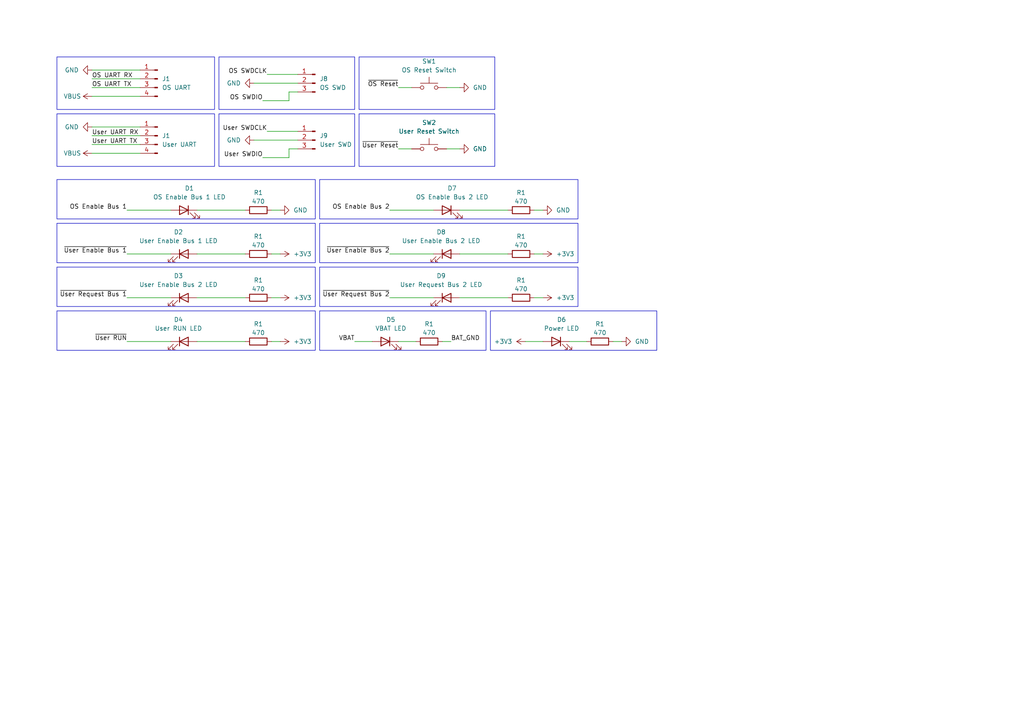
<source format=kicad_sch>
(kicad_sch (version 20230121) (generator eeschema)
  (paper "A4")
  (lib_symbols
    (symbol "Connector:Conn_01x03_Pin" (pin_names (offset 1.016) hide)
      (property "Reference" "J" (at 0 5.08 0))
      (property "Value" "Conn_01x03_Pin" (at 0 -5.08 0))
      (symbol "Conn_01x03_Pin_1_1"
        (polyline (pts (xy 1.27 -2.54) (xy 0.8636 -2.54)) (stroke (width 0.1524)))
        (polyline (pts (xy 1.27 0) (xy 0.8636 0)) (stroke (width 0.1524)))
        (polyline (pts (xy 1.27 2.54) (xy 0.8636 2.54)) (stroke (width 0.1524)))
        (rectangle (start 0.8636 -2.413) (end 0 -2.667) (stroke (width 0.1524)) (fill (type outline)))
        (rectangle (start 0.8636 0.127) (end 0 -0.127) (stroke (width 0.1524)) (fill (type outline)))
        (rectangle (start 0.8636 2.667) (end 0 2.413) (stroke (width 0.1524)) (fill (type outline)))
        (pin passive line (at 5.08 2.54 180) (length 3.81) (name "Pin_1") (number "1"))
        (pin passive line (at 5.08 0 180) (length 3.81) (name "Pin_2") (number "2"))
        (pin passive line (at 5.08 -2.54 180) (length 3.81) (name "Pin_3") (number "3"))
      )
    )
    (symbol "Connector:Conn_01x04_Male" (pin_names (offset 1.016) hide)
      (property "Reference" "J" (at 0 5.08 0))
      (property "Value" "Conn_01x04_Male" (at 0 -7.62 0))
      (symbol "Conn_01x04_Male_1_1"
        (polyline (pts (xy 1.27 -5.08) (xy 0.8636 -5.08)) (stroke (width 0.1524)))
        (polyline (pts (xy 1.27 -2.54) (xy 0.8636 -2.54)) (stroke (width 0.1524)))
        (polyline (pts (xy 1.27 0) (xy 0.8636 0)) (stroke (width 0.1524)))
        (polyline (pts (xy 1.27 2.54) (xy 0.8636 2.54)) (stroke (width 0.1524)))
        (rectangle (start 0.8636 -4.953) (end 0 -5.207) (stroke (width 0.1524)) (fill (type outline)))
        (rectangle (start 0.8636 -2.413) (end 0 -2.667) (stroke (width 0.1524)) (fill (type outline)))
        (rectangle (start 0.8636 0.127) (end 0 -0.127) (stroke (width 0.1524)) (fill (type outline)))
        (rectangle (start 0.8636 2.667) (end 0 2.413) (stroke (width 0.1524)) (fill (type outline)))
        (pin passive line (at 5.08 2.54 180) (length 3.81) (name "Pin_1") (number "1"))
        (pin passive line (at 5.08 0 180) (length 3.81) (name "Pin_2") (number "2"))
        (pin passive line (at 5.08 -2.54 180) (length 3.81) (name "Pin_3") (number "3"))
        (pin passive line (at 5.08 -5.08 180) (length 3.81) (name "Pin_4") (number "4"))
      )
    )
    (symbol "Device:LED" (pin_numbers hide) (pin_names (offset 1.016) hide)
      (property "Reference" "D" (at 0 2.54 0))
      (property "Value" "LED" (at 0 -2.54 0))
      (symbol "LED_0_1"
        (polyline (pts (xy -1.27 -1.27) (xy -1.27 1.27)) (stroke (width 0.254)))
        (polyline (pts (xy -1.27 0) (xy 1.27 0)))
        (polyline (pts (xy 1.27 -1.27) (xy 1.27 1.27) (xy -1.27 0) (xy 1.27 -1.27)) (stroke (width 0.254)))
        (polyline (pts (xy -3.048 -0.762) (xy -4.572 -2.286) (xy -3.81 -2.286) (xy -4.572 -2.286) (xy -4.572 -1.524)))
        (polyline (pts (xy -1.778 -0.762) (xy -3.302 -2.286) (xy -2.54 -2.286) (xy -3.302 -2.286) (xy -3.302 -1.524)))
      )
      (symbol "LED_1_1"
        (pin passive line (at -3.81 0 0) (length 2.54) (name "K") (number "1"))
        (pin passive line (at 3.81 0 180) (length 2.54) (name "A") (number "2"))
      )
    )
    (symbol "Device:R" (pin_numbers hide) (pin_names (offset 0))
      (property "Reference" "R" (at 2.032 0 90))
      (property "Value" "R" (at 0 0 90))
      (symbol "R_0_1"
        (rectangle (start -1.016 -2.54) (end 1.016 2.54) (stroke (width 0.254)))
      )
      (symbol "R_1_1"
        (pin passive line (at 0 3.81 270) (length 1.27) (name "~") (number "1"))
        (pin passive line (at 0 -3.81 90) (length 1.27) (name "~") (number "2"))
      )
    )
    (symbol "GND_1" (power) (pin_names (offset 0))
      (property "Value" "GND_1" (at 0 -3.81 0))
      (symbol "GND_1_0_1"
        (polyline (pts (xy 0 0) (xy 0 -1.27) (xy 1.27 -1.27) (xy 0 -2.54) (xy -1.27 -1.27) (xy 0 -1.27)))
      )
      (symbol "GND_1_1_1"
        (pin power_in line (at 0 0 270) (length 0) hide (name "GND") (number "1"))
      )
    )
    (symbol "Switch:SW_Push" (pin_numbers hide) (pin_names (offset 1.016) hide)
      (property "Reference" "SW" (at 1.27 2.54 0))
      (property "Value" "SW_Push" (at 0 -1.524 0))
      (symbol "SW_Push_0_1"
        (circle (center -2.032 0) (radius 0.508))
        (polyline (pts (xy 0 1.27) (xy 0 3.048)))
        (polyline (pts (xy 2.54 1.27) (xy -2.54 1.27)))
        (circle (center 2.032 0) (radius 0.508))
        (pin passive line (at -5.08 0 0) (length 2.54) (name "1") (number "1"))
        (pin passive line (at 5.08 0 180) (length 2.54) (name "2") (number "2"))
      )
    )
    (symbol "power:+3V3" (power) (pin_names (offset 0))
      (property "Value" "+3V3" (at 0 3.556 0))
      (symbol "+3V3_0_1"
        (polyline (pts (xy -0.762 1.27) (xy 0 2.54)))
        (polyline (pts (xy 0 0) (xy 0 2.54)))
        (polyline (pts (xy 0 2.54) (xy 0.762 1.27)))
      )
      (symbol "+3V3_1_1"
        (pin power_in line (at 0 0 90) (length 0) hide (name "+3V3") (number "1"))
      )
    )
    (symbol "power:GND" (power) (pin_names (offset 0))
      (property "Value" "GND" (at 0 -3.81 0))
      (symbol "GND_0_1"
        (polyline (pts (xy 0 0) (xy 0 -1.27) (xy 1.27 -1.27) (xy 0 -2.54) (xy -1.27 -1.27) (xy 0 -1.27)))
      )
      (symbol "GND_1_1"
        (pin power_in line (at 0 0 270) (length 0) hide (name "GND") (number "1"))
      )
    )
    (symbol "power:VBUS" (power) (pin_names (offset 0))
      (property "Value" "VBUS" (at 0 3.81 0))
      (symbol "VBUS_0_1"
        (polyline (pts (xy -0.762 1.27) (xy 0 2.54)))
        (polyline (pts (xy 0 0) (xy 0 2.54)))
        (polyline (pts (xy 0 2.54) (xy 0.762 1.27)))
      )
      (symbol "VBUS_1_1"
        (pin power_in line (at 0 0 90) (length 0) hide (name "VBUS") (number "1"))
      )
    )
  )
  (wire (pts (xy 83.82 45.72) (xy 83.82 43.18)))
  (wire (pts (xy 133.35 25.4) (xy 129.54 25.4)))
  (wire (pts (xy 83.82 26.67) (xy 86.36 26.67)))
  (wire (pts (xy 26.67 25.4) (xy 40.64 25.4)))
  (wire (pts (xy 77.47 38.1) (xy 86.36 38.1)))
  (wire (pts (xy 26.67 22.86) (xy 40.64 22.86)))
  (wire (pts (xy 157.48 86.36) (xy 154.94 86.36)))
  (wire (pts (xy 180.34 99.06) (xy 177.8 99.06)))
  (wire (pts (xy 73.66 24.13) (xy 86.36 24.13)))
  (wire (pts (xy 81.28 60.96) (xy 78.74 60.96)))
  (wire (pts (xy 147.32 60.96) (xy 133.35 60.96)))
  (wire (pts (xy 133.35 43.18) (xy 129.54 43.18)))
  (wire (pts (xy 81.28 86.36) (xy 78.74 86.36)))
  (wire (pts (xy 115.57 43.18) (xy 119.38 43.18)))
  (wire (pts (xy 26.67 39.37) (xy 40.64 39.37)))
  (wire (pts (xy 125.73 60.96) (xy 113.03 60.96)))
  (wire (pts (xy 71.12 73.66) (xy 57.15 73.66)))
  (wire (pts (xy 26.67 36.83) (xy 40.64 36.83)))
  (wire (pts (xy 26.67 44.45) (xy 40.64 44.45)))
  (wire (pts (xy 71.12 86.36) (xy 57.15 86.36)))
  (wire (pts (xy 26.67 27.94) (xy 40.64 27.94)))
  (wire (pts (xy 71.12 60.96) (xy 57.15 60.96)))
  (wire (pts (xy 77.47 21.59) (xy 86.36 21.59)))
  (wire (pts (xy 49.53 86.36) (xy 36.83 86.36)))
  (wire (pts (xy 170.18 99.06) (xy 165.1 99.06)))
  (wire (pts (xy 147.32 73.66) (xy 133.35 73.66)))
  (wire (pts (xy 49.53 60.96) (xy 36.83 60.96)))
  (wire (pts (xy 73.66 40.64) (xy 86.36 40.64)))
  (wire (pts (xy 81.28 73.66) (xy 78.74 73.66)))
  (wire (pts (xy 26.67 41.91) (xy 40.64 41.91)))
  (wire (pts (xy 76.2 45.72) (xy 83.82 45.72)))
  (wire (pts (xy 115.57 25.4) (xy 119.38 25.4)))
  (wire (pts (xy 157.48 99.06) (xy 152.4 99.06)))
  (wire (pts (xy 78.74 99.06) (xy 81.28 99.06)))
  (wire (pts (xy 49.53 99.06) (xy 36.83 99.06)))
  (wire (pts (xy 71.12 99.06) (xy 57.15 99.06)))
  (wire (pts (xy 83.82 29.21) (xy 83.82 26.67)))
  (wire (pts (xy 147.32 86.36) (xy 133.35 86.36)))
  (wire (pts (xy 157.48 60.96) (xy 154.94 60.96)))
  (wire (pts (xy 120.65 99.06) (xy 115.57 99.06)))
  (wire (pts (xy 49.53 73.66) (xy 36.83 73.66)))
  (wire (pts (xy 107.95 99.06) (xy 102.87 99.06)))
  (wire (pts (xy 157.48 73.66) (xy 154.94 73.66)))
  (wire (pts (xy 113.03 73.66) (xy 125.73 73.66)))
  (wire (pts (xy 26.67 20.32) (xy 40.64 20.32)))
  (wire (pts (xy 76.2 29.21) (xy 83.82 29.21)))
  (wire (pts (xy 83.82 43.18) (xy 86.36 43.18)))
  (wire (pts (xy 125.73 86.36) (xy 113.03 86.36)))
  (wire (pts (xy 130.81 99.06) (xy 128.27 99.06)))
  (rectangle (start 16.51 90.17) (end 91.44 101.6))
  (rectangle (start 16.51 52.07) (end 91.44 63.5))
  (rectangle (start 16.51 16.51) (end 62.23 31.75))
  (rectangle (start 16.51 33.02) (end 62.23 48.26))
  (rectangle (start 104.14 16.51) (end 143.51 31.75))
  (rectangle (start 92.71 77.47) (end 167.64 88.9))
  (rectangle (start 16.51 77.47) (end 91.44 88.9))
  (rectangle (start 104.14 33.02) (end 143.51 48.26))
  (rectangle (start 63.5 16.51) (end 102.87 31.75))
  (rectangle (start 92.71 90.17) (end 140.97 101.6))
  (rectangle (start 16.51 64.77) (end 91.44 76.2))
  (rectangle (start 142.24 90.17) (end 190.5 101.6))
  (rectangle (start 92.71 52.07) (end 167.64 63.5))
  (rectangle (start 92.71 64.77) (end 167.64 76.2))
  (rectangle (start 63.5 33.02) (end 102.87 48.26))
  (label "User UART RX" (at 26.67 39.37 0))
  (label "~{User Request Bus 2}" (at 113.03 86.36 180))
  (label "OS Enable Bus 1" (at 36.83 60.96 180))
  (label "OS UART TX" (at 26.67 25.4 0))
  (label "VBAT" (at 102.87 99.06 180))
  (label "~{User Enable Bus 2}" (at 113.03 73.66 180))
  (label "~{User Request Bus 1}" (at 36.83 86.36 180))
  (label "OS SWDCLK" (at 77.47 21.59 180))
  (label "~{User Enable Bus 1}" (at 36.83 73.66 180))
  (label "~{User Reset}" (at 115.57 43.18 180))
  (label "User UART TX" (at 26.67 41.91 0))
  (label "~{User RUN}" (at 36.83 99.06 180))
  (label "OS SWDIO" (at 76.2 29.21 180))
  (label "OS UART RX" (at 26.67 22.86 0))
  (label "OS Enable Bus 2" (at 113.03 60.96 180))
  (label "User SWDIO" (at 76.2 45.72 180))
  (label "~{OS Reset}" (at 115.57 25.4 180))
  (label "BAT_GND" (at 130.81 99.06 0))
  (label "User SWDCLK" (at 77.47 38.1 180))
  (symbol (lib_id "power:+3V3") (at 81.28 73.66 270) (unit 1)
    (property "Reference" "#PWR033" (effects hide))
    (property "Value" "+3V3" (at 85.09 73.66 90) (effects (justify left)))
    (instances (project "PICOnsole" (path "" (reference "#PWR033") (unit 1)) (path "" (reference "#PWR056") (unit 1))))
  )
  (symbol (lib_id "Device:LED") (at 111.76 99.06 0) (mirror y) (unit 1)
    (property "Reference" "D5" (at 113.3475 92.71 0))
    (property "Value" "VBAT LED" (at 113.3475 95.25 0))
    (property "Footprint" "LED_THT:LED_D5.0mm" (effects hide))
  )
  (symbol (lib_id "Device:R") (at 151.13 73.66 90) (unit 1)
    (property "Reference" "R1" (at 151.13 68.58 90))
    (property "Value" "470" (at 151.13 71.12 90))
    (property "Footprint" "Resistor_SMD:R_0805_2012Metric" (effects hide))
    (instances (project "PICOnsole" (path "" (reference "R1") (unit 1)) (path "" (reference "R18") (unit 1))))
  )
  (symbol (lib_id "Device:R") (at 74.93 73.66 90) (unit 1)
    (property "Reference" "R1" (at 74.93 68.58 90))
    (property "Value" "470" (at 74.93 71.12 90))
    (property "Footprint" "Resistor_SMD:R_0805_2012Metric" (effects hide))
    (instances (project "PICOnsole" (path "" (reference "R1") (unit 1)) (path "" (reference "R10") (unit 1))))
  )
  (symbol (lib_id "Device:R") (at 74.93 86.36 90) (unit 1)
    (property "Reference" "R1" (at 74.93 81.28 90))
    (property "Value" "470" (at 74.93 83.82 90))
    (property "Footprint" "Resistor_SMD:R_0805_2012Metric" (effects hide))
    (instances (project "PICOnsole" (path "" (reference "R1") (unit 1)) (path "" (reference "R11") (unit 1))))
  )
  (symbol (lib_id "Device:LED") (at 129.54 60.96 0) (mirror y) (unit 1)
    (property "Reference" "D7" (at 131.1275 54.61 0))
    (property "Value" "OS Enable Bus 2 LED" (at 131.1275 57.15 0))
    (property "Footprint" "LED_THT:LED_D5.0mm" (effects hide))
  )
  (symbol (lib_id "power:GND") (at 73.66 40.64 270) (unit 1)
    (property "Reference" "#PWR0109" (effects hide))
    (property "Value" "GND" (at 69.85 40.6399 90) (effects (justify right)))
    (instances (project "PICOnsole" (path "" (reference "#PWR0109") (unit 1)) (path "" (reference "#PWR048") (unit 1))))
  )
  (symbol (lib_id "Device:LED") (at 129.54 86.36 0) (unit 1)
    (property "Reference" "D9" (at 127.9525 80.01 0))
    (property "Value" "User Request Bus 2 LED" (at 127.9525 82.55 0))
    (property "Footprint" "LED_THT:LED_D5.0mm" (effects hide))
  )
  (symbol (lib_id "Device:LED") (at 129.54 73.66 0) (unit 1)
    (property "Reference" "D8" (at 127.9525 67.31 0))
    (property "Value" "User Enable Bus 2 LED" (at 127.9525 69.85 0))
    (property "Footprint" "LED_THT:LED_D5.0mm" (effects hide))
  )
  (symbol (lib_id "Device:LED") (at 53.34 99.06 0) (unit 1)
    (property "Reference" "D4" (at 51.7525 92.71 0))
    (property "Value" "User RUN LED" (at 51.7525 95.25 0))
    (property "Footprint" "LED_THT:LED_D5.0mm" (effects hide))
  )
  (symbol (lib_name "GND_1") (lib_id "power:GND") (at 133.35 43.18 90) (unit 1)
    (property "Reference" "#PWR076" (effects hide))
    (property "Value" "GND" (at 137.16 43.18 90) (effects (justify right)))
  )
  (symbol (lib_id "power:VBUS") (at 26.67 27.94 90) (unit 1)
    (property "Reference" "#PWR0108" (effects hide))
    (property "Value" "VBUS" (at 18.415 27.94 90) (effects (justify right)))
    (instances (project "PICOnsole" (path "" (reference "#PWR0108") (unit 1)) (path "" (reference "#PWR018") (unit 1))))
  )
  (symbol (lib_id "Device:R") (at 151.13 60.96 90) (unit 1)
    (property "Reference" "R1" (at 151.13 55.88 90))
    (property "Value" "470" (at 151.13 58.42 90))
    (property "Footprint" "Resistor_SMD:R_0805_2012Metric" (effects hide))
    (instances (project "PICOnsole" (path "" (reference "R1") (unit 1)) (path "" (reference "R17") (unit 1))))
  )
  (symbol (lib_id "Device:R") (at 74.93 60.96 90) (unit 1)
    (property "Reference" "R1" (at 74.93 55.88 90))
    (property "Value" "470" (at 74.93 58.42 90))
    (property "Footprint" "Resistor_SMD:R_0805_2012Metric" (effects hide))
    (instances (project "PICOnsole" (path "" (reference "R1") (unit 1)) (path "" (reference "R9") (unit 1))))
  )
  (symbol (lib_id "Device:LED") (at 53.34 73.66 0) (unit 1)
    (property "Reference" "D2" (at 51.7525 67.31 0))
    (property "Value" "User Enable Bus 1 LED" (at 51.7525 69.85 0))
    (property "Footprint" "LED_THT:LED_D5.0mm" (effects hide))
  )
  (symbol (lib_id "power:GND") (at 26.67 36.83 270) (unit 1)
    (property "Reference" "#PWR0109" (effects hide))
    (property "Value" "GND" (at 22.86 36.8299 90) (effects (justify right)))
    (instances (project "PICOnsole" (path "" (reference "#PWR0109") (unit 1)) (path "" (reference "#PWR045") (unit 1))))
  )
  (symbol (lib_id "Device:R") (at 151.13 86.36 90) (unit 1)
    (property "Reference" "R1" (at 151.13 81.28 90))
    (property "Value" "470" (at 151.13 83.82 90))
    (property "Footprint" "Resistor_SMD:R_0805_2012Metric" (effects hide))
    (instances (project "PICOnsole" (path "" (reference "R1") (unit 1)) (path "" (reference "R19") (unit 1))))
  )
  (symbol (lib_id "power:+3V3") (at 152.4 99.06 90) (mirror x) (unit 1)
    (property "Reference" "#PWR033" (effects hide))
    (property "Value" "+3V3" (at 148.59 99.06 90) (effects (justify left)))
    (instances (project "PICOnsole" (path "" (reference "#PWR033") (unit 1)) (path "" (reference "#PWR061") (unit 1))))
  )
  (symbol (lib_id "power:GND") (at 73.66 24.13 270) (unit 1)
    (property "Reference" "#PWR0109" (effects hide))
    (property "Value" "GND" (at 69.85 24.1299 90) (effects (justify right)))
    (instances (project "PICOnsole" (path "" (reference "#PWR0109") (unit 1)) (path "" (reference "#PWR047") (unit 1))))
  )
  (symbol (lib_id "power:GND") (at 26.67 20.32 270) (unit 1)
    (property "Reference" "#PWR0109" (effects hide))
    (property "Value" "GND" (at 22.86 20.3199 90) (effects (justify right)))
    (instances (project "PICOnsole" (path "" (reference "#PWR0109") (unit 1)) (path "" (reference "#PWR017") (unit 1))))
  )
  (symbol (lib_id "Connector:Conn_01x04_Male") (at 45.72 22.86 0) (mirror y) (unit 1)
    (property "Reference" "J1" (at 46.99 22.86 0) (effects (justify right)))
    (property "Value" "OS UART" (at 46.99 25.4 0) (effects (justify right)))
    (property "Footprint" "Connector_PinHeader_2.54mm:PinHeader_1x04_P2.54mm_Vertical" (effects hide))
  )
  (symbol (lib_id "Connector:Conn_01x04_Male") (at 45.72 39.37 0) (mirror y) (unit 1)
    (property "Reference" "J1" (at 46.99 39.37 0) (effects (justify right)))
    (property "Value" "User UART" (at 46.99 41.91 0) (effects (justify right)))
    (property "Footprint" "Connector_PinHeader_2.54mm:PinHeader_1x04_P2.54mm_Vertical" (effects hide))
    (instances (project "PICOnsole" (path "" (reference "J1") (unit 1)) (path "" (reference "J4") (unit 1))))
  )
  (symbol (lib_id "Switch:SW_Push") (at 124.46 25.4 0) (unit 1)
    (property "Reference" "SW1" (at 124.46 17.78 0))
    (property "Value" "OS Reset Switch" (at 124.46 20.32 0))
    (property "Footprint" "Button_Switch_THT:SW_PUSH-12mm" (effects hide))
  )
  (symbol (lib_id "Device:LED") (at 161.29 99.06 0) (mirror y) (unit 1)
    (property "Reference" "D6" (at 162.8775 92.71 0))
    (property "Value" "Power LED" (at 162.8775 95.25 0))
    (property "Footprint" "LED_THT:LED_D5.0mm" (effects hide))
  )
  (symbol (lib_name "GND_1") (lib_id "power:GND") (at 133.35 25.4 90) (unit 1)
    (property "Reference" "#PWR075" (effects hide))
    (property "Value" "GND" (at 137.16 25.4 90) (effects (justify right)))
  )
  (symbol (lib_id "power:+3V3") (at 81.28 86.36 270) (unit 1)
    (property "Reference" "#PWR033" (effects hide))
    (property "Value" "+3V3" (at 85.09 86.36 90) (effects (justify left)))
    (instances (project "PICOnsole" (path "" (reference "#PWR033") (unit 1)) (path "" (reference "#PWR057") (unit 1))))
  )
  (symbol (lib_id "power:VBUS") (at 26.67 44.45 90) (unit 1)
    (property "Reference" "#PWR0108" (effects hide))
    (property "Value" "VBUS" (at 18.415 44.45 90) (effects (justify right)))
    (instances (project "PICOnsole" (path "" (reference "#PWR0108") (unit 1)) (path "" (reference "#PWR046") (unit 1))))
  )
  (symbol (lib_id "Switch:SW_Push") (at 124.46 43.18 0) (unit 1)
    (property "Reference" "SW2" (at 124.46 35.56 0))
    (property "Value" "User Reset Switch" (at 124.46 38.1 0))
    (property "Footprint" "Button_Switch_THT:SW_PUSH-12mm" (effects hide))
  )
  (symbol (lib_id "Device:R") (at 74.93 99.06 90) (unit 1)
    (property "Reference" "R1" (at 74.93 93.98 90))
    (property "Value" "470" (at 74.93 96.52 90))
    (property "Footprint" "Resistor_SMD:R_0805_2012Metric" (effects hide))
    (instances (project "PICOnsole" (path "" (reference "R1") (unit 1)) (path "" (reference "R12") (unit 1))))
  )
  (symbol (lib_id "Device:LED") (at 53.34 60.96 0) (mirror y) (unit 1)
    (property "Reference" "D1" (at 54.9275 54.61 0))
    (property "Value" "OS Enable Bus 1 LED" (at 54.9275 57.15 0))
    (property "Footprint" "LED_THT:LED_D5.0mm" (effects hide))
  )
  (symbol (lib_id "power:GND") (at 81.28 60.96 90) (unit 1)
    (property "Reference" "#PWR0109" (effects hide))
    (property "Value" "GND" (at 85.09 60.96 90) (effects (justify right)))
    (instances (project "PICOnsole" (path "" (reference "#PWR0109") (unit 1)) (path "" (reference "#PWR055") (unit 1))))
  )
  (symbol (lib_id "power:+3V3") (at 81.28 99.06 270) (unit 1)
    (property "Reference" "#PWR033" (effects hide))
    (property "Value" "+3V3" (at 85.09 99.06 90) (effects (justify left)))
    (instances (project "PICOnsole" (path "" (reference "#PWR033") (unit 1)) (path "" (reference "#PWR058") (unit 1))))
  )
  (symbol (lib_id "Connector:Conn_01x03_Pin") (at 91.44 24.13 0) (mirror y) (unit 1)
    (property "Reference" "J8" (at 92.71 22.86 0) (effects (justify right)))
    (property "Value" "OS SWD" (at 92.71 25.4 0) (effects (justify right)))
    (property "Footprint" "Connector_PinHeader_1.00mm:PinHeader_1x03_P1.00mm_Vertical" (effects hide))
  )
  (symbol (lib_id "power:GND") (at 157.48 60.96 90) (unit 1)
    (property "Reference" "#PWR0109" (effects hide))
    (property "Value" "GND" (at 161.29 60.96 90) (effects (justify right)))
    (instances (project "PICOnsole" (path "" (reference "#PWR0109") (unit 1)) (path "" (reference "#PWR059") (unit 1))))
  )
  (symbol (lib_id "power:GND") (at 180.34 99.06 90) (unit 1)
    (property "Reference" "#PWR0109" (effects hide))
    (property "Value" "GND" (at 184.15 99.06 90) (effects (justify right)))
    (instances (project "PICOnsole" (path "" (reference "#PWR0109") (unit 1)) (path "" (reference "#PWR062") (unit 1))))
  )
  (symbol (lib_id "Device:R") (at 124.46 99.06 90) (unit 1)
    (property "Reference" "R1" (at 124.46 93.98 90))
    (property "Value" "470" (at 124.46 96.52 90))
    (property "Footprint" "Resistor_SMD:R_0805_2012Metric" (effects hide))
    (instances (project "PICOnsole" (path "" (reference "R1") (unit 1)) (path "" (reference "R13") (unit 1))))
  )
  (symbol (lib_id "Connector:Conn_01x03_Pin") (at 91.44 40.64 0) (mirror y) (unit 1)
    (property "Reference" "J9" (at 92.71 39.37 0) (effects (justify right)))
    (property "Value" "User SWD" (at 92.71 41.91 0) (effects (justify right)))
    (property "Footprint" "Connector_PinHeader_1.00mm:PinHeader_1x03_P1.00mm_Vertical" (effects hide))
  )
  (symbol (lib_id "Device:LED") (at 53.34 86.36 0) (unit 1)
    (property "Reference" "D3" (at 51.7525 80.01 0))
    (property "Value" "User Enable Bus 2 LED" (at 51.7525 82.55 0))
    (property "Footprint" "LED_THT:LED_D5.0mm" (effects hide))
  )
  (symbol (lib_id "Device:R") (at 173.99 99.06 90) (unit 1)
    (property "Reference" "R1" (at 173.99 93.98 90))
    (property "Value" "470" (at 173.99 96.52 90))
    (property "Footprint" "Resistor_SMD:R_0805_2012Metric" (effects hide))
    (instances (project "PICOnsole" (path "" (reference "R1") (unit 1)) (path "" (reference "R14") (unit 1))))
  )
  (symbol (lib_id "power:+3V3") (at 157.48 73.66 270) (unit 1)
    (property "Reference" "#PWR033" (effects hide))
    (property "Value" "+3V3" (at 161.29 73.66 90) (effects (justify left)))
    (instances (project "PICOnsole" (path "" (reference "#PWR033") (unit 1)) (path "" (reference "#PWR067") (unit 1))))
  )
  (symbol (lib_id "power:+3V3") (at 157.48 86.36 270) (unit 1)
    (property "Reference" "#PWR033" (effects hide))
    (property "Value" "+3V3" (at 161.29 86.36 90) (effects (justify left)))
    (instances (project "PICOnsole" (path "" (reference "#PWR033") (unit 1)) (path "" (reference "#PWR060") (unit 1))))
  )
)
</source>
